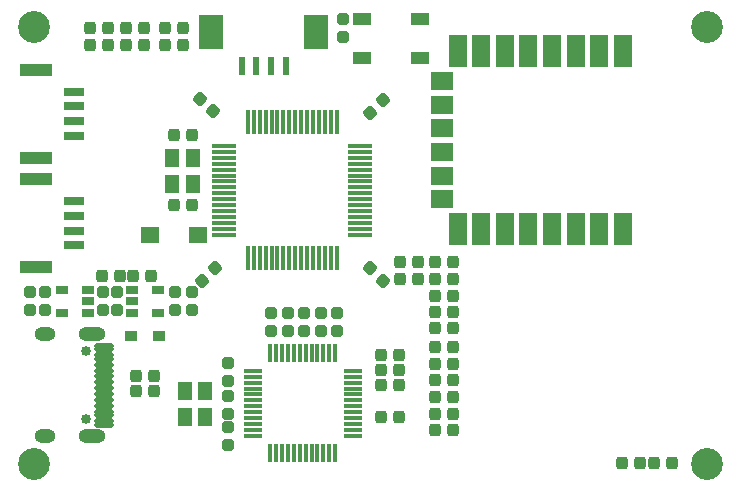
<source format=gts>
G04*
G04 #@! TF.GenerationSoftware,Altium Limited,Altium Designer,20.0.2 (26)*
G04*
G04 Layer_Color=8388736*
%FSLAX25Y25*%
%MOIN*%
G70*
G01*
G75*
%ADD19R,0.05906X0.03937*%
%ADD20R,0.01968X0.06299*%
%ADD21R,0.08268X0.11811*%
%ADD24R,0.05512X0.09843*%
%ADD25R,0.06693X0.05512*%
%ADD39R,0.11030X0.04337*%
%ADD40R,0.07093X0.02762*%
%ADD41R,0.06312X0.10642*%
%ADD42R,0.07493X0.06312*%
%ADD43O,0.06299X0.01457*%
%ADD44O,0.01457X0.06299*%
G04:AMPARAMS|DCode=45|XSize=39.73mil|YSize=42.02mil|CornerRadius=11.93mil|HoleSize=0mil|Usage=FLASHONLY|Rotation=0.000|XOffset=0mil|YOffset=0mil|HoleType=Round|Shape=RoundedRectangle|*
%AMROUNDEDRECTD45*
21,1,0.03973,0.01815,0,0,0.0*
21,1,0.01587,0.04202,0,0,0.0*
1,1,0.02387,0.00793,-0.00907*
1,1,0.02387,-0.00793,-0.00907*
1,1,0.02387,-0.00793,0.00907*
1,1,0.02387,0.00793,0.00907*
%
%ADD45ROUNDEDRECTD45*%
G04:AMPARAMS|DCode=46|XSize=39.73mil|YSize=42.02mil|CornerRadius=11.93mil|HoleSize=0mil|Usage=FLASHONLY|Rotation=270.000|XOffset=0mil|YOffset=0mil|HoleType=Round|Shape=RoundedRectangle|*
%AMROUNDEDRECTD46*
21,1,0.03973,0.01815,0,0,270.0*
21,1,0.01587,0.04202,0,0,270.0*
1,1,0.02387,-0.00907,-0.00793*
1,1,0.02387,-0.00907,0.00793*
1,1,0.02387,0.00907,0.00793*
1,1,0.02387,0.00907,-0.00793*
%
%ADD46ROUNDEDRECTD46*%
%ADD47R,0.05124X0.05912*%
%ADD48O,0.08274X0.01581*%
%ADD49O,0.01581X0.08274*%
%ADD50R,0.04331X0.02756*%
G04:AMPARAMS|DCode=51|XSize=39.73mil|YSize=42.02mil|CornerRadius=11.93mil|HoleSize=0mil|Usage=FLASHONLY|Rotation=225.000|XOffset=0mil|YOffset=0mil|HoleType=Round|Shape=RoundedRectangle|*
%AMROUNDEDRECTD51*
21,1,0.03973,0.01815,0,0,225.0*
21,1,0.01587,0.04202,0,0,225.0*
1,1,0.02387,-0.01203,0.00081*
1,1,0.02387,-0.00081,0.01203*
1,1,0.02387,0.01203,-0.00081*
1,1,0.02387,0.00081,-0.01203*
%
%ADD51ROUNDEDRECTD51*%
G04:AMPARAMS|DCode=52|XSize=39.73mil|YSize=42.02mil|CornerRadius=11.93mil|HoleSize=0mil|Usage=FLASHONLY|Rotation=135.000|XOffset=0mil|YOffset=0mil|HoleType=Round|Shape=RoundedRectangle|*
%AMROUNDEDRECTD52*
21,1,0.03973,0.01815,0,0,135.0*
21,1,0.01587,0.04202,0,0,135.0*
1,1,0.02387,0.00081,0.01203*
1,1,0.02387,0.01203,0.00081*
1,1,0.02387,-0.00081,-0.01203*
1,1,0.02387,-0.01203,-0.00081*
%
%ADD52ROUNDEDRECTD52*%
%ADD53R,0.06424X0.05754*%
G04:AMPARAMS|DCode=54|XSize=67.06mil|YSize=19.81mil|CornerRadius=6.95mil|HoleSize=0mil|Usage=FLASHONLY|Rotation=0.000|XOffset=0mil|YOffset=0mil|HoleType=Round|Shape=RoundedRectangle|*
%AMROUNDEDRECTD54*
21,1,0.06706,0.00591,0,0,0.0*
21,1,0.05315,0.01981,0,0,0.0*
1,1,0.01391,0.02657,-0.00295*
1,1,0.01391,-0.02657,-0.00295*
1,1,0.01391,-0.02657,0.00295*
1,1,0.01391,0.02657,0.00295*
%
%ADD54ROUNDEDRECTD54*%
%ADD55R,0.04337X0.03353*%
%ADD56C,0.10642*%
%ADD57C,0.03359*%
%ADD58O,0.07099X0.04737*%
%ADD59O,0.09068X0.04737*%
D19*
X16646Y75496D02*
D03*
Y62504D02*
D03*
X-2646D02*
D03*
Y75496D02*
D03*
D20*
X-42882Y59791D02*
D03*
X-37960D02*
D03*
X-33039D02*
D03*
X-28118D02*
D03*
D21*
X-52921Y71209D02*
D03*
X-18079D02*
D03*
D24*
X68500Y64957D02*
D03*
X76374D02*
D03*
X84248D02*
D03*
X29130Y64954D02*
D03*
X37004Y64957D02*
D03*
X44878D02*
D03*
X52752D02*
D03*
X84248Y5500D02*
D03*
X76374Y5501D02*
D03*
X68500Y5500D02*
D03*
X52752D02*
D03*
X44878Y5497D02*
D03*
X37004Y5502D02*
D03*
X29130Y5508D02*
D03*
X60626Y64957D02*
D03*
Y5503D02*
D03*
D25*
X24007Y54912D02*
D03*
X24013Y47046D02*
D03*
X24011Y39177D02*
D03*
Y31300D02*
D03*
Y23429D02*
D03*
X24008Y15555D02*
D03*
D39*
X-111299Y58665D02*
D03*
Y29335D02*
D03*
Y22165D02*
D03*
Y-7165D02*
D03*
D40*
X-98701Y36618D02*
D03*
X-98701Y41539D02*
D03*
Y46461D02*
D03*
X-98701Y51382D02*
D03*
Y118D02*
D03*
X-98701Y5039D02*
D03*
Y9961D02*
D03*
X-98701Y14882D02*
D03*
D41*
X84248Y5500D02*
D03*
X76374Y5501D02*
D03*
X68500Y5500D02*
D03*
X60626Y5503D02*
D03*
X52752Y5500D02*
D03*
X44878Y5497D02*
D03*
X37004Y5502D02*
D03*
X29130Y5508D02*
D03*
Y64954D02*
D03*
X37004Y64957D02*
D03*
X44878D02*
D03*
X52752D02*
D03*
X60626D02*
D03*
X68500D02*
D03*
X76374D02*
D03*
X84248D02*
D03*
D42*
X24008Y15555D02*
D03*
X24011Y23429D02*
D03*
Y31300D02*
D03*
Y39177D02*
D03*
X24013Y47046D02*
D03*
X24007Y54912D02*
D03*
D43*
X-5768Y-63327D02*
D03*
Y-61358D02*
D03*
X-5768Y-59390D02*
D03*
X-5768Y-57421D02*
D03*
X-5768Y-55453D02*
D03*
Y-53484D02*
D03*
Y-51516D02*
D03*
X-5768Y-49547D02*
D03*
X-5768Y-47579D02*
D03*
X-5768Y-45610D02*
D03*
X-5768Y-43642D02*
D03*
X-5768Y-41673D02*
D03*
X-39232D02*
D03*
Y-43642D02*
D03*
Y-45610D02*
D03*
Y-47579D02*
D03*
X-39232Y-49547D02*
D03*
X-39232Y-51516D02*
D03*
X-39232Y-53484D02*
D03*
X-39232Y-55453D02*
D03*
X-39232Y-57421D02*
D03*
X-39232Y-59390D02*
D03*
X-39232Y-61358D02*
D03*
Y-63327D02*
D03*
D44*
X-11673Y-35768D02*
D03*
X-13642D02*
D03*
X-15610D02*
D03*
X-17579Y-35768D02*
D03*
X-19547Y-35768D02*
D03*
X-21516Y-35768D02*
D03*
X-23484Y-35768D02*
D03*
X-25453Y-35768D02*
D03*
X-27421Y-35768D02*
D03*
X-29390Y-35768D02*
D03*
X-31358Y-35768D02*
D03*
X-33327Y-35768D02*
D03*
X-33327Y-69232D02*
D03*
X-31358D02*
D03*
X-29390Y-69232D02*
D03*
X-27421D02*
D03*
X-25453D02*
D03*
X-23484D02*
D03*
X-21516D02*
D03*
X-19547D02*
D03*
X-17579Y-69232D02*
D03*
X-15610D02*
D03*
X-13642D02*
D03*
X-11673D02*
D03*
D45*
X21535Y-33750D02*
D03*
X27465D02*
D03*
X9465Y-57000D02*
D03*
X3536Y-57000D02*
D03*
X27500Y-39300D02*
D03*
X21571D02*
D03*
X27465Y-27500D02*
D03*
X21535D02*
D03*
X9465Y-46500D02*
D03*
X3535D02*
D03*
X21535Y-11050D02*
D03*
X27465D02*
D03*
X10035Y-11000D02*
D03*
X15965D02*
D03*
X9500Y-41500D02*
D03*
X3571D02*
D03*
X9465Y-36500D02*
D03*
X3535Y-36500D02*
D03*
X21535Y-5500D02*
D03*
X27465D02*
D03*
X10035Y-5500D02*
D03*
X15965Y-5500D02*
D03*
X21571Y-55950D02*
D03*
X27500D02*
D03*
X21535Y-50400D02*
D03*
X27465D02*
D03*
X21535Y-16600D02*
D03*
X27465D02*
D03*
X84000Y-72500D02*
D03*
X89929Y-72500D02*
D03*
X21535Y-22150D02*
D03*
X27465Y-22150D02*
D03*
X27500Y-61500D02*
D03*
X21571Y-61500D02*
D03*
X27465Y-44850D02*
D03*
X21535Y-44850D02*
D03*
X100464Y-72500D02*
D03*
X94535D02*
D03*
X-68500Y72500D02*
D03*
X-62571D02*
D03*
Y67000D02*
D03*
X-68500D02*
D03*
X-81500Y72500D02*
D03*
X-75571D02*
D03*
Y67000D02*
D03*
X-81500D02*
D03*
X-93500Y72500D02*
D03*
X-87571D02*
D03*
Y67000D02*
D03*
X-93500D02*
D03*
X-59535Y13500D02*
D03*
X-65465D02*
D03*
X-59535Y37000D02*
D03*
X-65465D02*
D03*
X-89465Y-10000D02*
D03*
X-83535D02*
D03*
X-79000D02*
D03*
X-73071D02*
D03*
X-78000Y-43500D02*
D03*
X-72071D02*
D03*
X-77965Y-48500D02*
D03*
X-72035D02*
D03*
D46*
X-11000Y-22535D02*
D03*
X-11000Y-28465D02*
D03*
X-16500Y-22535D02*
D03*
Y-28465D02*
D03*
X-47500Y-55965D02*
D03*
X-47500Y-50035D02*
D03*
X-22000Y-22535D02*
D03*
X-22000Y-28465D02*
D03*
X-27500Y-22535D02*
D03*
Y-28465D02*
D03*
X-33000Y-22535D02*
D03*
Y-28465D02*
D03*
X-47500Y-60535D02*
D03*
Y-66465D02*
D03*
X-47500Y-39035D02*
D03*
X-47500Y-44965D02*
D03*
X-9000Y69535D02*
D03*
Y75465D02*
D03*
X-108500Y-15535D02*
D03*
Y-21465D02*
D03*
X-113500Y-15535D02*
D03*
Y-21465D02*
D03*
X-89000D02*
D03*
Y-15535D02*
D03*
X-59500Y-21429D02*
D03*
Y-15500D02*
D03*
X-65000Y-21465D02*
D03*
Y-15535D02*
D03*
X-84500Y-21465D02*
D03*
Y-15535D02*
D03*
D47*
X-55000Y-48500D02*
D03*
X-55000Y-57161D02*
D03*
X-61890D02*
D03*
Y-48500D02*
D03*
X-59055Y29331D02*
D03*
Y20670D02*
D03*
X-65945D02*
D03*
Y29331D02*
D03*
D48*
X-48637Y33264D02*
D03*
Y31295D02*
D03*
Y29327D02*
D03*
Y27358D02*
D03*
Y25390D02*
D03*
Y23421D02*
D03*
Y21453D02*
D03*
Y19484D02*
D03*
Y17516D02*
D03*
Y15547D02*
D03*
Y13579D02*
D03*
Y11610D02*
D03*
Y9642D02*
D03*
Y7673D02*
D03*
Y5705D02*
D03*
Y3736D02*
D03*
X-3363D02*
D03*
Y5705D02*
D03*
Y7673D02*
D03*
Y9642D02*
D03*
Y11610D02*
D03*
Y13579D02*
D03*
Y15547D02*
D03*
Y17516D02*
D03*
Y19484D02*
D03*
Y21453D02*
D03*
Y23421D02*
D03*
Y25390D02*
D03*
Y27358D02*
D03*
Y29327D02*
D03*
Y31295D02*
D03*
Y33264D02*
D03*
D49*
X-40764Y-4137D02*
D03*
X-38795D02*
D03*
X-36827D02*
D03*
X-34858D02*
D03*
X-32890D02*
D03*
X-30921D02*
D03*
X-28953D02*
D03*
X-26984D02*
D03*
X-25016D02*
D03*
X-23047D02*
D03*
X-21079D02*
D03*
X-19110D02*
D03*
X-17142D02*
D03*
X-15173D02*
D03*
X-13205D02*
D03*
X-11236D02*
D03*
Y41137D02*
D03*
X-13205D02*
D03*
X-15173D02*
D03*
X-17142D02*
D03*
X-19110D02*
D03*
X-21079D02*
D03*
X-23047D02*
D03*
X-25016D02*
D03*
X-26984D02*
D03*
X-28953D02*
D03*
X-30921D02*
D03*
X-32890D02*
D03*
X-34858D02*
D03*
X-36827D02*
D03*
X-38795D02*
D03*
X-40764D02*
D03*
D50*
X-102831Y-22241D02*
D03*
Y-14760D02*
D03*
X-94169Y-22240D02*
D03*
Y-14761D02*
D03*
Y-18500D02*
D03*
X-70669Y-14760D02*
D03*
Y-22241D02*
D03*
X-79331Y-14761D02*
D03*
Y-22240D02*
D03*
Y-18499D02*
D03*
D51*
X4096Y48596D02*
D03*
X-96Y44404D02*
D03*
X-56096Y-11596D02*
D03*
X-51904Y-7404D02*
D03*
D52*
X4096Y-11596D02*
D03*
X-96Y-7404D02*
D03*
X-56596Y49096D02*
D03*
X-52404Y44904D02*
D03*
D53*
X-73512Y3500D02*
D03*
X-57488D02*
D03*
D54*
X-88579Y-59689D02*
D03*
Y-58508D02*
D03*
Y-56539D02*
D03*
Y-55358D02*
D03*
Y-53390D02*
D03*
Y-51421D02*
D03*
Y-49453D02*
D03*
Y-47484D02*
D03*
Y-45516D02*
D03*
Y-43547D02*
D03*
Y-41579D02*
D03*
Y-39610D02*
D03*
Y-37642D02*
D03*
Y-36461D02*
D03*
Y-34492D02*
D03*
Y-33311D02*
D03*
D55*
X-79616Y-30000D02*
D03*
X-70384D02*
D03*
D56*
X112205Y72835D02*
D03*
Y-72835D02*
D03*
X-112205D02*
D03*
Y72835D02*
D03*
D57*
X-94642Y-35122D02*
D03*
X-94642Y-57878D02*
D03*
D58*
X-108421Y-63528D02*
D03*
Y-29472D02*
D03*
D59*
X-92673Y-63528D02*
D03*
X-92673Y-29472D02*
D03*
M02*

</source>
